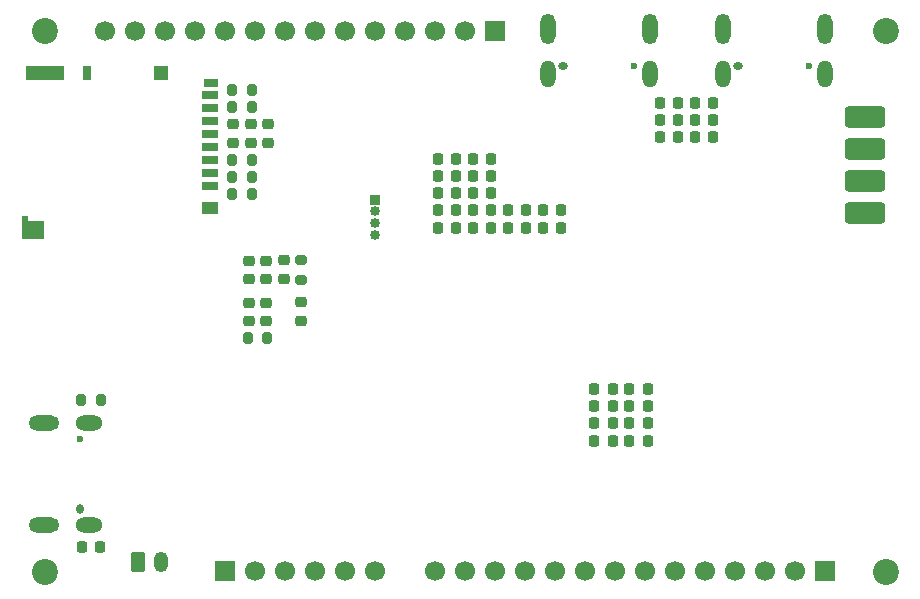
<source format=gbr>
%TF.GenerationSoftware,KiCad,Pcbnew,9.0.3*%
%TF.CreationDate,2025-10-10T12:54:04-04:00*%
%TF.ProjectId,sbc,7362632e-6b69-4636-9164-5f7063625858,rev?*%
%TF.SameCoordinates,Original*%
%TF.FileFunction,Soldermask,Bot*%
%TF.FilePolarity,Negative*%
%FSLAX46Y46*%
G04 Gerber Fmt 4.6, Leading zero omitted, Abs format (unit mm)*
G04 Created by KiCad (PCBNEW 9.0.3) date 2025-10-10 12:54:04*
%MOMM*%
%LPD*%
G01*
G04 APERTURE LIST*
G04 Aperture macros list*
%AMRoundRect*
0 Rectangle with rounded corners*
0 $1 Rounding radius*
0 $2 $3 $4 $5 $6 $7 $8 $9 X,Y pos of 4 corners*
0 Add a 4 corners polygon primitive as box body*
4,1,4,$2,$3,$4,$5,$6,$7,$8,$9,$2,$3,0*
0 Add four circle primitives for the rounded corners*
1,1,$1+$1,$2,$3*
1,1,$1+$1,$4,$5*
1,1,$1+$1,$6,$7*
1,1,$1+$1,$8,$9*
0 Add four rect primitives between the rounded corners*
20,1,$1+$1,$2,$3,$4,$5,0*
20,1,$1+$1,$4,$5,$6,$7,0*
20,1,$1+$1,$6,$7,$8,$9,0*
20,1,$1+$1,$8,$9,$2,$3,0*%
%AMRotRect*
0 Rectangle, with rotation*
0 The origin of the aperture is its center*
0 $1 length*
0 $2 width*
0 $3 Rotation angle, in degrees counterclockwise*
0 Add horizontal line*
21,1,$1,$2,0,0,$3*%
G04 Aperture macros list end*
%ADD10RoundRect,0.218750X0.256250X-0.218750X0.256250X0.218750X-0.256250X0.218750X-0.256250X-0.218750X0*%
%ADD11C,0.600000*%
%ADD12O,0.600000X0.850000*%
%ADD13O,2.300000X1.300000*%
%ADD14O,2.600000X1.300000*%
%ADD15RoundRect,0.250000X-0.350000X-0.625000X0.350000X-0.625000X0.350000X0.625000X-0.350000X0.625000X0*%
%ADD16O,1.200000X1.750000*%
%ADD17C,2.200000*%
%ADD18O,0.850000X0.600000*%
%ADD19O,1.300000X2.300000*%
%ADD20O,1.300000X2.600000*%
%ADD21R,1.700000X1.700000*%
%ADD22C,1.700000*%
%ADD23R,0.850000X0.850000*%
%ADD24C,0.850000*%
%ADD25RoundRect,0.225000X0.250000X-0.225000X0.250000X0.225000X-0.250000X0.225000X-0.250000X-0.225000X0*%
%ADD26RoundRect,0.225000X-0.225000X-0.250000X0.225000X-0.250000X0.225000X0.250000X-0.225000X0.250000X0*%
%ADD27RoundRect,0.200000X0.200000X0.275000X-0.200000X0.275000X-0.200000X-0.275000X0.200000X-0.275000X0*%
%ADD28RoundRect,0.250000X1.450000X0.650000X-1.450000X0.650000X-1.450000X-0.650000X1.450000X-0.650000X0*%
%ADD29RoundRect,0.225000X0.225000X0.250000X-0.225000X0.250000X-0.225000X-0.250000X0.225000X-0.250000X0*%
%ADD30R,1.400000X0.700000*%
%ADD31R,1.200000X0.700000*%
%ADD32R,0.800000X1.200000*%
%ADD33R,1.900000X1.500000*%
%ADD34RotRect,0.200000X0.200000X45.000000*%
%ADD35R,0.500000X0.500000*%
%ADD36R,1.400000X1.000000*%
%ADD37R,3.200000X1.200000*%
%ADD38R,1.200000X1.200000*%
%ADD39RoundRect,0.225000X-0.250000X0.225000X-0.250000X-0.225000X0.250000X-0.225000X0.250000X0.225000X0*%
%ADD40RoundRect,0.200000X-0.275000X0.200000X-0.275000X-0.200000X0.275000X-0.200000X0.275000X0.200000X0*%
%ADD41RoundRect,0.218750X-0.256250X0.218750X-0.256250X-0.218750X0.256250X-0.218750X0.256250X0.218750X0*%
%ADD42RoundRect,0.200000X-0.200000X-0.275000X0.200000X-0.275000X0.200000X0.275000X-0.200000X0.275000X0*%
G04 APERTURE END LIST*
D10*
%TO.C,FB1*%
X123010000Y-88177500D03*
X123010000Y-86602500D03*
%TD*%
D11*
%TO.C,J6*%
X107102500Y-113225000D03*
D12*
X107102500Y-119225000D03*
D13*
X107827500Y-111905000D03*
D14*
X104002500Y-111905000D03*
D13*
X107827500Y-120545000D03*
D14*
X104002500Y-120545000D03*
%TD*%
D15*
%TO.C,J3*%
X111970000Y-123710000D03*
D16*
X113970000Y-123710000D03*
%TD*%
D17*
%TO.C,H2*%
X175300000Y-78700000D03*
%TD*%
D11*
%TO.C,J1*%
X168820000Y-81660000D03*
D18*
X162820000Y-81660000D03*
D19*
X170140000Y-82385000D03*
D20*
X170140000Y-78560000D03*
D19*
X161500000Y-82385000D03*
D20*
X161500000Y-78560000D03*
%TD*%
D11*
%TO.C,J7*%
X154000000Y-81660000D03*
D18*
X148000000Y-81660000D03*
D19*
X155320000Y-82385000D03*
D20*
X155320000Y-78560000D03*
D19*
X146680000Y-82385000D03*
D20*
X146680000Y-78560000D03*
%TD*%
D21*
%TO.C,J4*%
X119380000Y-124460000D03*
D22*
X121920000Y-124460000D03*
X124460000Y-124460000D03*
X127000000Y-124460000D03*
X129540000Y-124460000D03*
X132080000Y-124460000D03*
%TD*%
D17*
%TO.C,H1*%
X104100000Y-78700000D03*
%TD*%
%TO.C,H4*%
X104100000Y-124500000D03*
%TD*%
%TO.C,H3*%
X175300000Y-124500000D03*
%TD*%
D21*
%TO.C,J8*%
X170180000Y-124460000D03*
D22*
X167640000Y-124460000D03*
X165100000Y-124460000D03*
X162560000Y-124460000D03*
X160020000Y-124460000D03*
X157480000Y-124460000D03*
X154940000Y-124460000D03*
X152400000Y-124460000D03*
X149860000Y-124460000D03*
X147320000Y-124460000D03*
X144780000Y-124460000D03*
X142240000Y-124460000D03*
X139700000Y-124460000D03*
X137160000Y-124460000D03*
%TD*%
D21*
%TO.C,J5*%
X142240000Y-78740000D03*
D22*
X139700000Y-78740000D03*
X137160000Y-78740000D03*
X134620000Y-78740000D03*
X132080000Y-78740000D03*
X129540000Y-78740000D03*
X127000000Y-78740000D03*
X124460000Y-78740000D03*
X121920000Y-78740000D03*
X119380000Y-78740000D03*
X116840000Y-78740000D03*
X114300000Y-78740000D03*
X111760000Y-78740000D03*
X109220000Y-78740000D03*
%TD*%
D23*
%TO.C,J9*%
X132080000Y-93000000D03*
D24*
X132080000Y-94000000D03*
X132080000Y-95000000D03*
X132080000Y-96000000D03*
%TD*%
D25*
%TO.C,C57*%
X121380000Y-99710000D03*
X121380000Y-98160000D03*
%TD*%
D26*
%TO.C,C26*%
X140350000Y-90990000D03*
X141900000Y-90990000D03*
%TD*%
%TO.C,C12*%
X153600000Y-109010000D03*
X155150000Y-109010000D03*
%TD*%
D27*
%TO.C,R20*%
X122930000Y-104710000D03*
X121280000Y-104710000D03*
%TD*%
D28*
%TO.C,TP3V3*%
X173570000Y-88730000D03*
%TD*%
D10*
%TO.C,L8*%
X125760000Y-103280000D03*
X125760000Y-101705000D03*
%TD*%
D29*
%TO.C,C47*%
X160665000Y-86260000D03*
X159115000Y-86260000D03*
%TD*%
D27*
%TO.C,R3*%
X121640000Y-92530000D03*
X119990000Y-92530000D03*
%TD*%
D26*
%TO.C,C53*%
X153600000Y-111930000D03*
X155150000Y-111930000D03*
%TD*%
D25*
%TO.C,C2*%
X121550000Y-88180000D03*
X121550000Y-86630000D03*
%TD*%
D29*
%TO.C,C11*%
X152190000Y-113390000D03*
X150640000Y-113390000D03*
%TD*%
D28*
%TO.C,TP1V2*%
X173570000Y-91430000D03*
%TD*%
D26*
%TO.C,C25*%
X140350000Y-92450000D03*
X141900000Y-92450000D03*
%TD*%
D30*
%TO.C,J2*%
X118120000Y-91800000D03*
X118120000Y-90700000D03*
X118120000Y-89600000D03*
X118120000Y-88500000D03*
X118120000Y-87400000D03*
X118120000Y-86300000D03*
X118120000Y-85200000D03*
X118120000Y-84100000D03*
D31*
X118220000Y-83150000D03*
D32*
X107720000Y-82300000D03*
D33*
X103120000Y-95600000D03*
D34*
X102670000Y-94850000D03*
D35*
X102420000Y-94600000D03*
D36*
X118120000Y-93700000D03*
D37*
X104120000Y-82300000D03*
D38*
X113920000Y-82300000D03*
%TD*%
D25*
%TO.C,C46*%
X122850000Y-99710000D03*
X122850000Y-98160000D03*
%TD*%
D27*
%TO.C,R46*%
X121620000Y-85190000D03*
X119970000Y-85190000D03*
%TD*%
D29*
%TO.C,C17*%
X138940000Y-89530000D03*
X137390000Y-89530000D03*
%TD*%
%TO.C,C27*%
X144860000Y-93910000D03*
X143310000Y-93910000D03*
%TD*%
D26*
%TO.C,C31*%
X156155000Y-87730000D03*
X157705000Y-87730000D03*
%TD*%
D39*
%TO.C,C59*%
X122840000Y-101730000D03*
X122840000Y-103280000D03*
%TD*%
D29*
%TO.C,C20*%
X138940000Y-92450000D03*
X137390000Y-92450000D03*
%TD*%
D26*
%TO.C,C30*%
X146270000Y-93910000D03*
X147820000Y-93910000D03*
%TD*%
%TO.C,C24*%
X140350000Y-93910000D03*
X141900000Y-93910000D03*
%TD*%
D28*
%TO.C,TP2V5*%
X173570000Y-94130000D03*
%TD*%
D40*
%TO.C,R19*%
X125780000Y-98110000D03*
X125780000Y-99760000D03*
%TD*%
D29*
%TO.C,C19*%
X138940000Y-90990000D03*
X137390000Y-90990000D03*
%TD*%
%TO.C,C32*%
X160665000Y-87730000D03*
X159115000Y-87730000D03*
%TD*%
D26*
%TO.C,C18*%
X140350000Y-95370000D03*
X141900000Y-95370000D03*
%TD*%
D25*
%TO.C,C1*%
X120080000Y-88180000D03*
X120080000Y-86630000D03*
%TD*%
D26*
%TO.C,C23*%
X140350000Y-89530000D03*
X141900000Y-89530000D03*
%TD*%
D29*
%TO.C,C50*%
X152190000Y-110470000D03*
X150640000Y-110470000D03*
%TD*%
D26*
%TO.C,C63*%
X156155000Y-84790000D03*
X157705000Y-84790000D03*
%TD*%
%TO.C,C48*%
X156155000Y-86260000D03*
X157705000Y-86260000D03*
%TD*%
D28*
%TO.C,TP5V0*%
X173570000Y-86030000D03*
%TD*%
D26*
%TO.C,C54*%
X153600000Y-110470000D03*
X155150000Y-110470000D03*
%TD*%
D29*
%TO.C,C51*%
X152190000Y-111930000D03*
X150640000Y-111930000D03*
%TD*%
%TO.C,C21*%
X138940000Y-93910000D03*
X137390000Y-93910000D03*
%TD*%
D26*
%TO.C,C29*%
X146270000Y-95370000D03*
X147820000Y-95370000D03*
%TD*%
D29*
%TO.C,C62*%
X160665000Y-84790000D03*
X159115000Y-84790000D03*
%TD*%
D26*
%TO.C,C3*%
X107255000Y-122420000D03*
X108805000Y-122420000D03*
%TD*%
D41*
%TO.C,L7*%
X124320000Y-98142500D03*
X124320000Y-99717500D03*
%TD*%
D29*
%TO.C,C28*%
X144860000Y-95370000D03*
X143310000Y-95370000D03*
%TD*%
D27*
%TO.C,R47*%
X121640000Y-89610000D03*
X119990000Y-89610000D03*
%TD*%
%TO.C,R2*%
X121640000Y-91070000D03*
X119990000Y-91070000D03*
%TD*%
D29*
%TO.C,C22*%
X138940000Y-95370000D03*
X137390000Y-95370000D03*
%TD*%
D42*
%TO.C,R1*%
X107175000Y-110000000D03*
X108825000Y-110000000D03*
%TD*%
D39*
%TO.C,C58*%
X121380000Y-101730000D03*
X121380000Y-103280000D03*
%TD*%
D26*
%TO.C,C52*%
X153600000Y-113400000D03*
X155150000Y-113400000D03*
%TD*%
D27*
%TO.C,R45*%
X121620000Y-83730000D03*
X119970000Y-83730000D03*
%TD*%
D29*
%TO.C,C49*%
X152190000Y-109010000D03*
X150640000Y-109010000D03*
%TD*%
M02*

</source>
